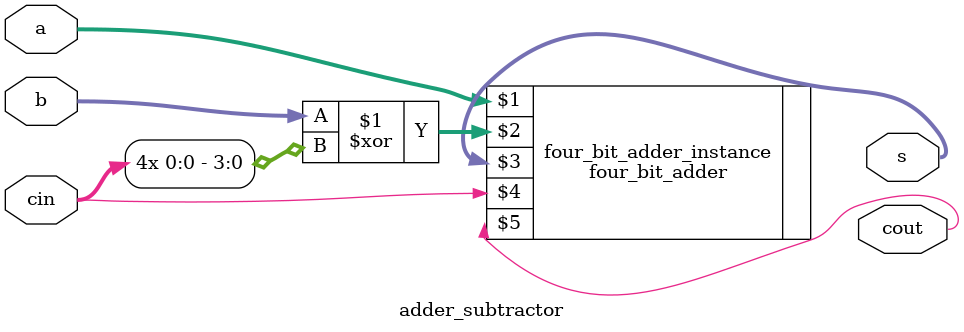
<source format=v>
`include "four_bit_adder.v"
module adder_subtractor(a,b,s,cin,cout);

input [3:0] a,b;
input cin;
output [3:0] s;
output cout;


four_bit_adder four_bit_adder_instance(a,b^{4{cin}},s,cin,cout);

endmodule



</source>
